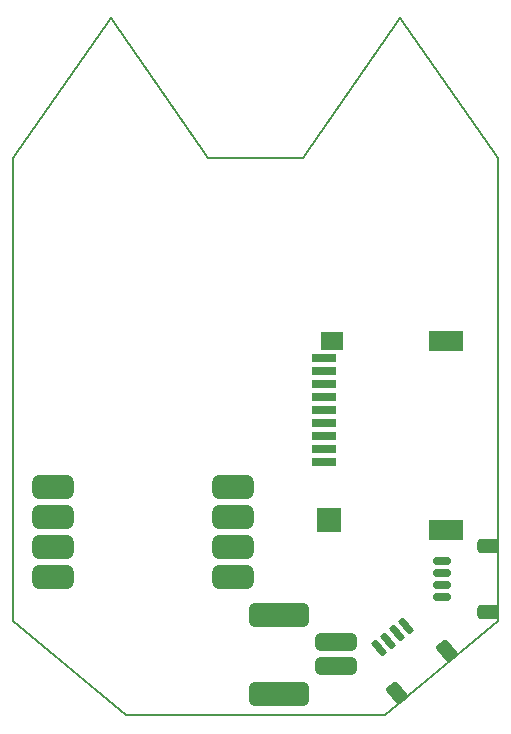
<source format=gbp>
G04 #@! TF.GenerationSoftware,KiCad,Pcbnew,7.0.7-7.0.7~ubuntu22.04.1*
G04 #@! TF.CreationDate,2025-01-16T16:21:51-05:00*
G04 #@! TF.ProjectId,CutieCat,43757469-6543-4617-942e-6b696361645f,rev?*
G04 #@! TF.SameCoordinates,Original*
G04 #@! TF.FileFunction,Paste,Bot*
G04 #@! TF.FilePolarity,Positive*
%FSLAX46Y46*%
G04 Gerber Fmt 4.6, Leading zero omitted, Abs format (unit mm)*
G04 Created by KiCad (PCBNEW 7.0.7-7.0.7~ubuntu22.04.1) date 2025-01-16 16:21:51*
%MOMM*%
%LPD*%
G01*
G04 APERTURE LIST*
G04 Aperture macros list*
%AMRoundRect*
0 Rectangle with rounded corners*
0 $1 Rounding radius*
0 $2 $3 $4 $5 $6 $7 $8 $9 X,Y pos of 4 corners*
0 Add a 4 corners polygon primitive as box body*
4,1,4,$2,$3,$4,$5,$6,$7,$8,$9,$2,$3,0*
0 Add four circle primitives for the rounded corners*
1,1,$1+$1,$2,$3*
1,1,$1+$1,$4,$5*
1,1,$1+$1,$6,$7*
1,1,$1+$1,$8,$9*
0 Add four rect primitives between the rounded corners*
20,1,$1+$1,$2,$3,$4,$5,0*
20,1,$1+$1,$4,$5,$6,$7,0*
20,1,$1+$1,$6,$7,$8,$9,0*
20,1,$1+$1,$8,$9,$2,$3,0*%
G04 Aperture macros list end*
%ADD10RoundRect,0.150000X-0.286836X0.575196X-0.516649X0.382360X0.286836X-0.575196X0.516649X-0.382360X0*%
%ADD11RoundRect,0.250000X-0.149696X0.722905X-0.685928X0.272953X0.149696X-0.722905X0.685928X-0.272953X0*%
%ADD12RoundRect,0.150000X-0.625000X0.150000X-0.625000X-0.150000X0.625000X-0.150000X0.625000X0.150000X0*%
%ADD13RoundRect,0.250000X-0.650000X0.350000X-0.650000X-0.350000X0.650000X-0.350000X0.650000X0.350000X0*%
%ADD14RoundRect,0.500000X-1.250000X0.500000X-1.250000X-0.500000X1.250000X-0.500000X1.250000X0.500000X0*%
%ADD15RoundRect,0.375000X1.375000X-0.375000X1.375000X0.375000X-1.375000X0.375000X-1.375000X-0.375000X0*%
%ADD16RoundRect,0.333335X2.166665X-0.666665X2.166665X0.666665X-2.166665X0.666665X-2.166665X-0.666665X0*%
%ADD17R,2.000000X0.700000*%
%ADD18R,1.900000X1.600000*%
%ADD19R,3.000000X1.700000*%
%ADD20R,2.000000X2.100000*%
G04 #@! TA.AperFunction,Profile*
%ADD21C,0.200000*%
G04 #@! TD*
G04 APERTURE END LIST*
D10*
X12763491Y-21003730D03*
X11997447Y-21646517D03*
X11231403Y-22289305D03*
X10465358Y-22932093D03*
D11*
X16250151Y-23136528D03*
X11960302Y-26736139D03*
D12*
X15830000Y-15570000D03*
X15830000Y-16570000D03*
X15830000Y-17570000D03*
X15830000Y-18570000D03*
D13*
X19705000Y-14270000D03*
X19705000Y-19870000D03*
D14*
X-1880000Y-9290000D03*
X-1880000Y-11830000D03*
X-1880000Y-14370000D03*
X-1880000Y-16910000D03*
X-17120000Y-16910000D03*
X-17120000Y-14370000D03*
X-17120000Y-11830000D03*
X-17120000Y-9290000D03*
D15*
X6850000Y-24420000D03*
X6850000Y-22420000D03*
D16*
X2000000Y-26770000D03*
X2000000Y-20070000D03*
D17*
X5790000Y-7180000D03*
X5790000Y-6080000D03*
X5790000Y-4980000D03*
X5790000Y-3880000D03*
X5790000Y-2780000D03*
X5790000Y-1680000D03*
X5790000Y-580000D03*
X5790000Y520000D03*
X5790000Y1620000D03*
D18*
X6490000Y3120000D03*
D19*
X16090000Y3070000D03*
D20*
X6190000Y-12030000D03*
D19*
X16090000Y-12930000D03*
D21*
X-20500000Y18623200D02*
X-20500000Y-20623200D01*
X20500000Y-20623200D02*
X11000000Y-28594600D01*
X20500000Y18623200D02*
X20500000Y-20623200D01*
X4000000Y18623200D02*
X12250000Y30405400D01*
X11000000Y-28594600D02*
X-11000000Y-28594600D01*
X-4000000Y18623200D02*
X4000000Y18623200D01*
X-12250000Y30405400D02*
X-4000000Y18623200D01*
X-20500000Y18623200D02*
X-12250000Y30405400D01*
X-11000000Y-28594600D02*
X-20500000Y-20623200D01*
X12250000Y30405400D02*
X20500000Y18623200D01*
M02*

</source>
